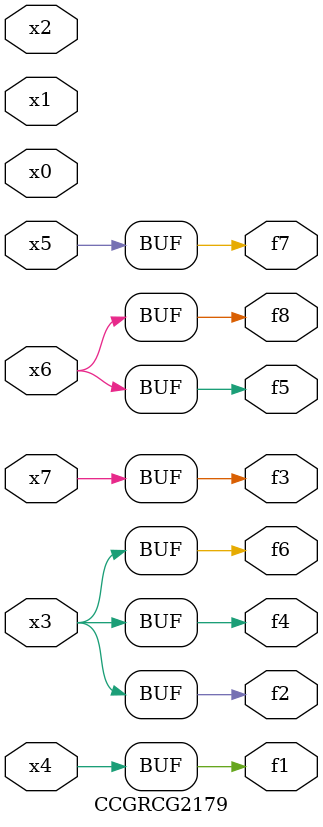
<source format=v>
module CCGRCG2179(
	input x0, x1, x2, x3, x4, x5, x6, x7,
	output f1, f2, f3, f4, f5, f6, f7, f8
);
	assign f1 = x4;
	assign f2 = x3;
	assign f3 = x7;
	assign f4 = x3;
	assign f5 = x6;
	assign f6 = x3;
	assign f7 = x5;
	assign f8 = x6;
endmodule

</source>
